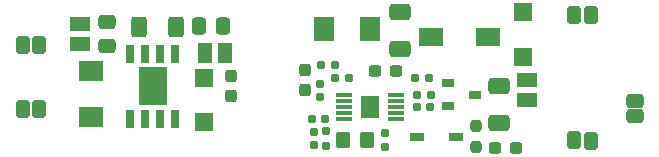
<source format=gtp>
%TF.GenerationSoftware,KiCad,Pcbnew,(6.0.4)*%
%TF.CreationDate,2022-06-19T16:10:13+03:00*%
%TF.ProjectId,Main_PCB_001,4d61696e-5f50-4434-925f-3030312e6b69,rev?*%
%TF.SameCoordinates,Original*%
%TF.FileFunction,Paste,Top*%
%TF.FilePolarity,Positive*%
%FSLAX46Y46*%
G04 Gerber Fmt 4.6, Leading zero omitted, Abs format (unit mm)*
G04 Created by KiCad (PCBNEW (6.0.4)) date 2022-06-19 16:10:13*
%MOMM*%
%LPD*%
G01*
G04 APERTURE LIST*
G04 Aperture macros list*
%AMRoundRect*
0 Rectangle with rounded corners*
0 $1 Rounding radius*
0 $2 $3 $4 $5 $6 $7 $8 $9 X,Y pos of 4 corners*
0 Add a 4 corners polygon primitive as box body*
4,1,4,$2,$3,$4,$5,$6,$7,$8,$9,$2,$3,0*
0 Add four circle primitives for the rounded corners*
1,1,$1+$1,$2,$3*
1,1,$1+$1,$4,$5*
1,1,$1+$1,$6,$7*
1,1,$1+$1,$8,$9*
0 Add four rect primitives between the rounded corners*
20,1,$1+$1,$2,$3,$4,$5,0*
20,1,$1+$1,$4,$5,$6,$7,0*
20,1,$1+$1,$6,$7,$8,$9,0*
20,1,$1+$1,$8,$9,$2,$3,0*%
G04 Aperture macros list end*
%ADD10RoundRect,0.300000X0.300000X0.450000X-0.300000X0.450000X-0.300000X-0.450000X0.300000X-0.450000X0*%
%ADD11RoundRect,0.237500X0.300000X0.237500X-0.300000X0.237500X-0.300000X-0.237500X0.300000X-0.237500X0*%
%ADD12R,2.150000X1.600000*%
%ADD13R,0.650000X1.525000*%
%ADD14R,2.410000X3.300000*%
%ADD15R,1.200000X1.800000*%
%ADD16RoundRect,0.237500X-0.237500X0.250000X-0.237500X-0.250000X0.237500X-0.250000X0.237500X0.250000X0*%
%ADD17RoundRect,0.155000X-0.155000X0.212500X-0.155000X-0.212500X0.155000X-0.212500X0.155000X0.212500X0*%
%ADD18RoundRect,0.250000X-0.337500X-0.475000X0.337500X-0.475000X0.337500X0.475000X-0.337500X0.475000X0*%
%ADD19RoundRect,0.160000X-0.160000X0.197500X-0.160000X-0.197500X0.160000X-0.197500X0.160000X0.197500X0*%
%ADD20RoundRect,0.300000X-0.300000X-0.450000X0.300000X-0.450000X0.300000X0.450000X-0.300000X0.450000X0*%
%ADD21R,1.400000X0.300000*%
%ADD22R,1.570000X1.880000*%
%ADD23RoundRect,0.300000X0.450000X-0.300000X0.450000X0.300000X-0.450000X0.300000X-0.450000X-0.300000X0*%
%ADD24RoundRect,0.160000X-0.197500X-0.160000X0.197500X-0.160000X0.197500X0.160000X-0.197500X0.160000X0*%
%ADD25R,1.800000X2.100000*%
%ADD26R,1.630000X1.530000*%
%ADD27R,2.100000X1.800000*%
%ADD28RoundRect,0.250000X-0.400000X-0.625000X0.400000X-0.625000X0.400000X0.625000X-0.400000X0.625000X0*%
%ADD29R,1.100000X0.650000*%
%ADD30RoundRect,0.250000X-0.650000X0.412500X-0.650000X-0.412500X0.650000X-0.412500X0.650000X0.412500X0*%
%ADD31RoundRect,0.155000X0.212500X0.155000X-0.212500X0.155000X-0.212500X-0.155000X0.212500X-0.155000X0*%
%ADD32RoundRect,0.155000X0.155000X-0.212500X0.155000X0.212500X-0.155000X0.212500X-0.155000X-0.212500X0*%
%ADD33R,1.800000X1.200000*%
%ADD34RoundRect,0.155000X-0.212500X-0.155000X0.212500X-0.155000X0.212500X0.155000X-0.212500X0.155000X0*%
%ADD35RoundRect,0.237500X-0.237500X0.300000X-0.237500X-0.300000X0.237500X-0.300000X0.237500X0.300000X0*%
%ADD36R,1.250000X0.800000*%
%ADD37RoundRect,0.250000X0.475000X-0.337500X0.475000X0.337500X-0.475000X0.337500X-0.475000X-0.337500X0*%
%ADD38RoundRect,0.160000X0.160000X-0.197500X0.160000X0.197500X-0.160000X0.197500X-0.160000X-0.197500X0*%
%ADD39RoundRect,0.250000X-0.350000X-0.450000X0.350000X-0.450000X0.350000X0.450000X-0.350000X0.450000X0*%
G04 APERTURE END LIST*
D10*
%TO.C,D15*%
X102971600Y-103657400D03*
%TD*%
D11*
%TO.C,C16*%
X133145700Y-105801000D03*
X131420700Y-105801000D03*
%TD*%
D12*
%TO.C,L7*%
X136131600Y-102905400D03*
X140931600Y-102905400D03*
%TD*%
D13*
%TO.C,IC4*%
X114477800Y-104425200D03*
X113207800Y-104425200D03*
X111937800Y-104425200D03*
X110667800Y-104425200D03*
X110667800Y-109849200D03*
X111937800Y-109849200D03*
X113207800Y-109849200D03*
X114477800Y-109849200D03*
D14*
X112572800Y-107137200D03*
%TD*%
D15*
%TO.C,L3*%
X118706000Y-104267000D03*
X117006000Y-104267000D03*
%TD*%
D16*
%TO.C,R10*%
X139954000Y-110476500D03*
X139954000Y-112301500D03*
%TD*%
D17*
%TO.C,C9*%
X126746000Y-106884500D03*
X126746000Y-108019500D03*
%TD*%
D18*
%TO.C,C10*%
X116462900Y-101981000D03*
X118537900Y-101981000D03*
%TD*%
D19*
%TO.C,R5*%
X127203200Y-110947200D03*
X127203200Y-112142200D03*
%TD*%
D20*
%TO.C,D5*%
X102971600Y-109042200D03*
%TD*%
%TO.C,D7*%
X148259800Y-111709200D03*
%TD*%
D21*
%TO.C,IC3*%
X128737000Y-107849000D03*
X128737000Y-108349000D03*
X128737000Y-108849000D03*
X128737000Y-109349000D03*
X128737000Y-109849000D03*
X133137000Y-109849000D03*
X133137000Y-109349000D03*
X133137000Y-108849000D03*
X133137000Y-108349000D03*
X133137000Y-107849000D03*
D22*
X130937000Y-108849000D03*
%TD*%
D23*
%TO.C,D13*%
X153416000Y-108331000D03*
%TD*%
D24*
%TO.C,R9*%
X134911500Y-107833000D03*
X136106500Y-107833000D03*
%TD*%
D25*
%TO.C,L4*%
X127082000Y-102295800D03*
X130982000Y-102295800D03*
%TD*%
D10*
%TO.C,D14*%
X101574600Y-103657400D03*
%TD*%
D26*
%TO.C,D10*%
X116890800Y-106380200D03*
X116890800Y-110180200D03*
%TD*%
D27*
%TO.C,L8*%
X107340400Y-109722200D03*
X107340400Y-105822200D03*
%TD*%
D28*
%TO.C,R6*%
X111429200Y-102108000D03*
X114529200Y-102108000D03*
%TD*%
D29*
%TO.C,IC5*%
X137534000Y-106883000D03*
X137534000Y-108783000D03*
X139834000Y-107833000D03*
%TD*%
D11*
%TO.C,C14*%
X143305700Y-112303400D03*
X141580700Y-112303400D03*
%TD*%
D30*
%TO.C,C12*%
X133502400Y-100834900D03*
X133502400Y-103959900D03*
%TD*%
D31*
%TO.C,C4*%
X127186500Y-109931200D03*
X126051500Y-109931200D03*
%TD*%
D20*
%TO.C,D6*%
X149682200Y-111734600D03*
%TD*%
D32*
%TO.C,C6*%
X126187200Y-112098900D03*
X126187200Y-110963900D03*
%TD*%
D33*
%TO.C,L9*%
X106375200Y-103542200D03*
X106375200Y-101842200D03*
%TD*%
D20*
%TO.C,D4*%
X101600000Y-109042200D03*
%TD*%
D34*
%TO.C,C8*%
X126838900Y-105343800D03*
X127973900Y-105343800D03*
%TD*%
D35*
%TO.C,C7*%
X119227600Y-106249300D03*
X119227600Y-107974300D03*
%TD*%
D24*
%TO.C,R8*%
X134784500Y-106436000D03*
X135979500Y-106436000D03*
%TD*%
%TO.C,R7*%
X127977300Y-106410600D03*
X129172300Y-106410600D03*
%TD*%
D20*
%TO.C,D8*%
X148259800Y-101092000D03*
%TD*%
D36*
%TO.C,Z3*%
X138269600Y-111389000D03*
X134969600Y-111389000D03*
%TD*%
D37*
%TO.C,C20*%
X108737400Y-103729700D03*
X108737400Y-101654700D03*
%TD*%
D34*
%TO.C,C15*%
X134941500Y-108849000D03*
X136076500Y-108849000D03*
%TD*%
D23*
%TO.C,D11*%
X153390600Y-109677200D03*
%TD*%
D20*
%TO.C,D9*%
X149707600Y-101092000D03*
%TD*%
D26*
%TO.C,D12*%
X143916400Y-104653000D03*
X143916400Y-100853000D03*
%TD*%
D38*
%TO.C,R4*%
X132207000Y-112240500D03*
X132207000Y-111045500D03*
%TD*%
D35*
%TO.C,C11*%
X125476000Y-105700500D03*
X125476000Y-107425500D03*
%TD*%
D30*
%TO.C,C17*%
X141884400Y-107134100D03*
X141884400Y-110259100D03*
%TD*%
D33*
%TO.C,L6*%
X144221200Y-108276600D03*
X144221200Y-106576600D03*
%TD*%
D39*
%TO.C,R3*%
X128692400Y-111693800D03*
X130692400Y-111693800D03*
%TD*%
M02*

</source>
